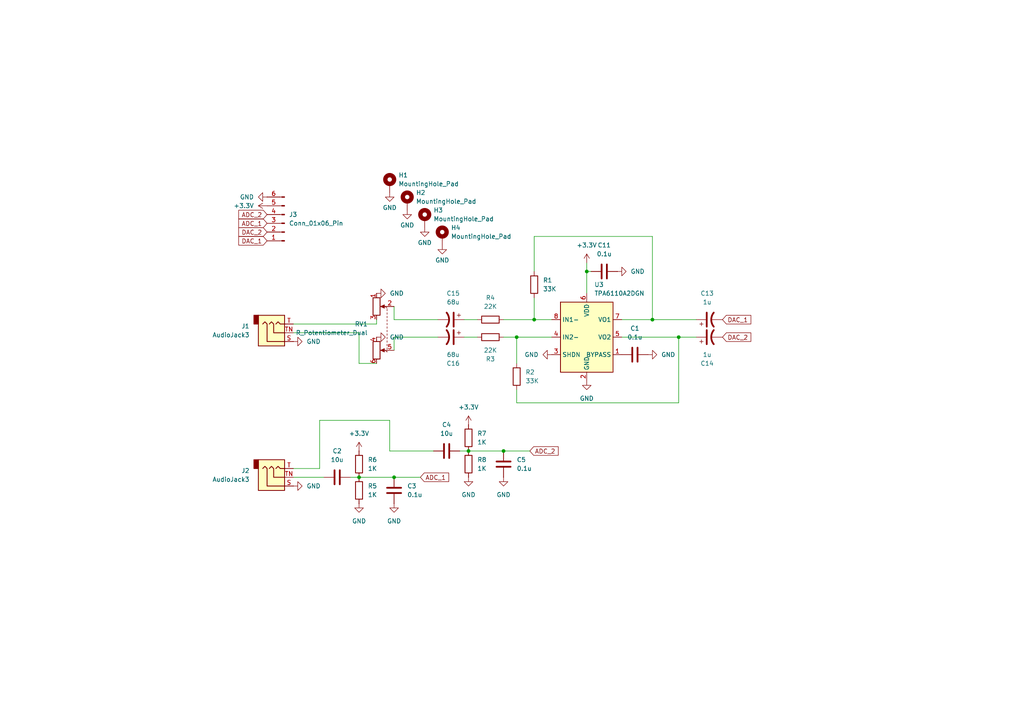
<source format=kicad_sch>
(kicad_sch (version 20231120) (generator "eeschema") (generator_version "8.0")
  (paper "A4")
  (lib_symbols
    (symbol "Amplifier_Audio:TPA6110A2DGN"
      (property "Reference" "U" (at -6.35 11.43 0))
      (property "Value" "TPA6110A2DGN" (at 6.35 11.43 0))
      (symbol "TPA6110A2DGN_0_1"
        (rectangle (start -7.62 10.16) (end 7.62 -10.16) (stroke (width 0.254)) (fill (type background)))
      )
      (symbol "TPA6110A2DGN_1_1"
        (pin passive line (at 10.16 -5.08 180) (length 2.54) (name "BYPASS") (number "1"))
        (pin power_in line (at 0 -12.7 90) (length 2.54) (name "GND") (number "2"))
        (pin input line (at -10.16 -5.08 0) (length 2.54) (name "SHDN") (number "3"))
        (pin input line (at -10.16 0 0) (length 2.54) (name "IN2-") (number "4"))
        (pin output line (at 10.16 0 180) (length 2.54) (name "VO2") (number "5"))
        (pin power_in line (at 0 12.7 270) (length 2.54) (name "VDD") (number "6"))
        (pin output line (at 10.16 5.08 180) (length 2.54) (name "VO1") (number "7"))
        (pin input line (at -10.16 5.08 0) (length 2.54) (name "IN1-") (number "8"))
        (pin passive line (at 0 -12.7 90) (length 2.54) hide (name "GND") (number "9"))
      )
    )
    (symbol "AudioJack3_1"
      (property "Reference" "J1" (at -7.62 -1.9051 0))
      (property "Value" "AudioJack3" (at -7.62 0.6349 0))
      (symbol "AudioJack3_1_0_1"
        (rectangle (start -5.08 -5.08) (end -6.35 -2.54) (stroke (width 0.254)) (fill (type outline)))
        (polyline (pts (xy 0 -2.54) (xy 0.635 -3.175) (xy 1.27 -2.54) (xy 2.54 -2.54)) (stroke (width 0.254)))
        (polyline (pts (xy -1.905 -2.54) (xy -1.27 -3.175) (xy -0.635 -2.54) (xy -0.635 0) (xy 2.54 0)) (stroke (width 0.254)))
        (polyline (pts (xy 2.54 2.54) (xy -2.54 2.54) (xy -2.54 -2.54) (xy -3.175 -3.175) (xy -3.81 -2.54)) (stroke (width 0.254)))
        (rectangle (start 2.54 3.81) (end -5.08 -5.08) (stroke (width 0.254)) (fill (type background)))
      )
      (symbol "AudioJack3_1_1_1"
        (pin passive line (at 5.08 2.54 180) (length 2.54) (name "~") (number "S"))
        (pin passive line (at 5.08 -2.54 180) (length 2.54) (name "~") (number "T"))
        (pin passive line (at 5.08 0 180) (length 2.54) (name "~") (number "TN"))
      )
    )
    (symbol "Connector:Conn_01x06_Pin" (pin_names (offset 1.016) hide)
      (property "Reference" "J" (at 0 7.62 0))
      (property "Value" "Conn_01x06_Pin" (at 0 -10.16 0))
      (symbol "Conn_01x06_Pin_1_1"
        (polyline (pts (xy 1.27 -7.62) (xy 0.8636 -7.62)) (stroke (width 0.1524)))
        (polyline (pts (xy 1.27 -5.08) (xy 0.8636 -5.08)) (stroke (width 0.1524)))
        (polyline (pts (xy 1.27 -2.54) (xy 0.8636 -2.54)) (stroke (width 0.1524)))
        (polyline (pts (xy 1.27 0) (xy 0.8636 0)) (stroke (width 0.1524)))
        (polyline (pts (xy 1.27 2.54) (xy 0.8636 2.54)) (stroke (width 0.1524)))
        (polyline (pts (xy 1.27 5.08) (xy 0.8636 5.08)) (stroke (width 0.1524)))
        (rectangle (start 0.8636 -7.493) (end 0 -7.747) (stroke (width 0.1524)) (fill (type outline)))
        (rectangle (start 0.8636 -4.953) (end 0 -5.207) (stroke (width 0.1524)) (fill (type outline)))
        (rectangle (start 0.8636 -2.413) (end 0 -2.667) (stroke (width 0.1524)) (fill (type outline)))
        (rectangle (start 0.8636 0.127) (end 0 -0.127) (stroke (width 0.1524)) (fill (type outline)))
        (rectangle (start 0.8636 2.667) (end 0 2.413) (stroke (width 0.1524)) (fill (type outline)))
        (rectangle (start 0.8636 5.207) (end 0 4.953) (stroke (width 0.1524)) (fill (type outline)))
        (pin passive line (at 5.08 5.08 180) (length 3.81) (name "Pin_1") (number "1"))
        (pin passive line (at 5.08 2.54 180) (length 3.81) (name "Pin_2") (number "2"))
        (pin passive line (at 5.08 0 180) (length 3.81) (name "Pin_3") (number "3"))
        (pin passive line (at 5.08 -2.54 180) (length 3.81) (name "Pin_4") (number "4"))
        (pin passive line (at 5.08 -5.08 180) (length 3.81) (name "Pin_5") (number "5"))
        (pin passive line (at 5.08 -7.62 180) (length 3.81) (name "Pin_6") (number "6"))
      )
    )
    (symbol "Connector_Audio:AudioJack3"
      (property "Reference" "J2" (at -7.62 -1.9051 0))
      (property "Value" "AudioJack3" (at -7.62 0.6349 0))
      (symbol "AudioJack3_0_1"
        (rectangle (start -5.08 -5.08) (end -6.35 -2.54) (stroke (width 0.254)) (fill (type outline)))
        (polyline (pts (xy 0 -2.54) (xy 0.635 -3.175) (xy 1.27 -2.54) (xy 2.54 -2.54)) (stroke (width 0.254)))
        (polyline (pts (xy -1.905 -2.54) (xy -1.27 -3.175) (xy -0.635 -2.54) (xy -0.635 0) (xy 2.54 0)) (stroke (width 0.254)))
        (polyline (pts (xy 2.54 2.54) (xy -2.54 2.54) (xy -2.54 -2.54) (xy -3.175 -3.175) (xy -3.81 -2.54)) (stroke (width 0.254)))
        (rectangle (start 2.54 3.81) (end -5.08 -5.08) (stroke (width 0.254)) (fill (type background)))
      )
      (symbol "AudioJack3_1_1"
        (pin passive line (at 5.08 2.54 180) (length 2.54) (name "~") (number "S"))
        (pin passive line (at 5.08 -2.54 180) (length 2.54) (name "~") (number "T"))
        (pin passive line (at 5.08 0 180) (length 2.54) (name "~") (number "TN"))
      )
    )
    (symbol "Device:C" (pin_numbers hide) (pin_names (offset 0.254))
      (property "Reference" "C" (at 0.635 2.54 0))
      (property "Value" "C" (at 0.635 -2.54 0))
      (symbol "C_0_1"
        (polyline (pts (xy -2.032 -0.762) (xy 2.032 -0.762)) (stroke (width 0.508)))
        (polyline (pts (xy -2.032 0.762) (xy 2.032 0.762)) (stroke (width 0.508)))
      )
      (symbol "C_1_1"
        (pin passive line (at 0 3.81 270) (length 2.794) (name "~") (number "1"))
        (pin passive line (at 0 -3.81 90) (length 2.794) (name "~") (number "2"))
      )
    )
    (symbol "Device:C_Polarized_US" (pin_numbers hide) (pin_names (offset 0.254) hide)
      (property "Reference" "C" (at 0.635 2.54 0))
      (property "Value" "C_Polarized_US" (at 0.635 -2.54 0))
      (symbol "C_Polarized_US_0_1"
        (polyline (pts (xy -2.032 0.762) (xy 2.032 0.762)) (stroke (width 0.508)))
        (polyline (pts (xy -1.778 2.286) (xy -0.762 2.286)))
        (polyline (pts (xy -1.27 1.778) (xy -1.27 2.794)))
        (arc (start 2.032 -1.27) (mid 0 -0.5572) (end -2.032 -1.27) (stroke (width 0.508)))
      )
      (symbol "C_Polarized_US_1_1"
        (pin passive line (at 0 3.81 270) (length 2.794) (name "~") (number "1"))
        (pin passive line (at 0 -3.81 90) (length 3.302) (name "~") (number "2"))
      )
    )
    (symbol "Device:R" (pin_numbers hide) (pin_names (offset 0))
      (property "Reference" "R" (at 2.032 0 90))
      (property "Value" "R" (at 0 0 90))
      (symbol "R_0_1"
        (rectangle (start -1.016 -2.54) (end 1.016 2.54) (stroke (width 0.254)))
      )
      (symbol "R_1_1"
        (pin passive line (at 0 3.81 270) (length 1.27) (name "~") (number "1"))
        (pin passive line (at 0 -3.81 90) (length 1.27) (name "~") (number "2"))
      )
    )
    (symbol "Device:R_Potentiometer_Dual" (pin_names (offset 1.016) hide)
      (property "Reference" "RV" (at 0 3.81 0))
      (property "Value" "R_Potentiometer_Dual" (at 0 1.905 0))
      (symbol "R_Potentiometer_Dual_0_1"
        (rectangle (start -8.89 -1.524) (end -3.81 -3.556) (stroke (width 0.254)))
        (polyline (pts (xy -6.35 0) (xy -6.35 -1.016)))
        (polyline (pts (xy -6.35 0) (xy -6.35 -1.016)))
        (polyline (pts (xy -6.35 0) (xy -5.842 0.508)))
        (polyline (pts (xy -5.588 0.508) (xy -5.08 0.508)))
        (polyline (pts (xy -4.572 0.508) (xy -4.064 0.508)))
        (polyline (pts (xy -3.556 0.508) (xy -3.048 0.508)))
        (polyline (pts (xy -2.54 0.508) (xy -2.032 0.508)))
        (polyline (pts (xy -1.524 0.508) (xy -1.016 0.508)))
        (polyline (pts (xy -0.508 0.508) (xy 0 0.508)))
        (polyline (pts (xy 0.508 0.508) (xy 1.016 0.508)))
        (polyline (pts (xy 1.524 0.508) (xy 2.032 0.508)))
        (polyline (pts (xy 2.54 0.508) (xy 3.048 0.508)))
        (polyline (pts (xy 3.556 0.508) (xy 4.064 0.508)))
        (polyline (pts (xy 4.572 0.508) (xy 5.08 0.508)))
        (polyline (pts (xy 5.588 0.508) (xy 6.096 0.508)))
        (polyline (pts (xy 6.35 0) (xy 6.35 -1.016)))
        (polyline (pts (xy 6.35 0) (xy 6.35 -1.016)))
        (polyline (pts (xy 6.604 0.508) (xy 6.858 0.508) (xy 6.35 0)))
        (polyline (pts (xy -6.35 -1.397) (xy -6.858 -0.254) (xy -5.842 -0.254) (xy -6.35 -1.397)) (fill (type outline)))
        (polyline (pts (xy 6.35 -1.397) (xy 5.842 -0.254) (xy 6.858 -0.254) (xy 6.35 -1.397)) (fill (type outline)))
        (rectangle (start 3.81 -1.524) (end 8.89 -3.556) (stroke (width 0.254)))
      )
      (symbol "R_Potentiometer_Dual_1_1"
        (pin passive line (at -10.16 -2.54 0) (length 1.27) (name "1") (number "1"))
        (pin passive line (at -6.35 2.54 270) (length 2.54) (name "2") (number "2"))
        (pin passive line (at -2.54 -2.54 180) (length 1.27) (name "3") (number "3"))
        (pin passive line (at 2.54 -2.54 0) (length 1.27) (name "4") (number "4"))
        (pin passive line (at 6.35 2.54 270) (length 2.54) (name "5") (number "5"))
        (pin passive line (at 10.16 -2.54 180) (length 1.27) (name "6") (number "6"))
      )
    )
    (symbol "Mechanical:MountingHole_Pad" (pin_numbers hide) (pin_names (offset 1.016) hide) (exclude_from_sim yes) (in_bom no)
      (property "Reference" "H" (at 0 6.35 0))
      (property "Value" "MountingHole_Pad" (at 0 4.445 0))
      (symbol "MountingHole_Pad_0_1"
        (circle (center 0 1.27) (radius 1.27) (stroke (width 1.27)))
      )
      (symbol "MountingHole_Pad_1_1"
        (pin input line (at 0 -2.54 90) (length 2.54) (name "1") (number "1"))
      )
    )
    (symbol "power:+3.3V" (power) (pin_numbers hide) (pin_names (offset 0) hide)
      (property "Value" "+3.3V" (at 0 3.556 0))
      (symbol "+3.3V_0_1"
        (polyline (pts (xy -0.762 1.27) (xy 0 2.54)))
        (polyline (pts (xy 0 0) (xy 0 2.54)))
        (polyline (pts (xy 0 2.54) (xy 0.762 1.27)))
      )
      (symbol "+3.3V_1_1"
        (pin power_in line (at 0 0 90) (length 0) (name "~") (number "1"))
      )
    )
    (symbol "power:GND" (power) (pin_numbers hide) (pin_names (offset 0) hide)
      (property "Value" "GND" (at 0 -3.81 0))
      (symbol "GND_0_1"
        (polyline (pts (xy 0 0) (xy 0 -1.27) (xy 1.27 -1.27) (xy 0 -2.54) (xy -1.27 -1.27) (xy 0 -1.27)))
      )
      (symbol "GND_1_1"
        (pin power_in line (at 0 0 270) (length 0) (name "~") (number "1"))
      )
    )
  )
  (junction (at 196.85 97.79))
  (junction (at 135.89 130.81))
  (junction (at 154.94 92.71))
  (junction (at 149.86 97.79))
  (junction (at 104.14 138.43))
  (junction (at 170.18 78.74))
  (junction (at 114.3 138.43))
  (junction (at 146.05 130.81))
  (junction (at 189.23 92.71))
  (wire (pts (xy 196.85 97.79) (xy 196.85 116.84)))
  (wire (pts (xy 149.86 97.79) (xy 160.02 97.79)))
  (wire (pts (xy 196.85 116.84) (xy 149.86 116.84)))
  (wire (pts (xy 170.18 78.74) (xy 170.18 76.2)))
  (wire (pts (xy 114.3 92.71) (xy 127 92.71)))
  (wire (pts (xy 85.09 93.98) (xy 109.22 93.98)))
  (wire (pts (xy 196.85 97.79) (xy 201.93 97.79)))
  (wire (pts (xy 154.94 68.58) (xy 154.94 78.74)))
  (wire (pts (xy 149.86 97.79) (xy 149.86 105.41)))
  (wire (pts (xy 109.22 93.98) (xy 109.22 92.71)))
  (wire (pts (xy 85.09 135.89) (xy 92.71 135.89)))
  (wire (pts (xy 146.05 92.71) (xy 154.94 92.71)))
  (wire (pts (xy 149.86 113.03) (xy 149.86 116.84)))
  (wire (pts (xy 114.3 92.71) (xy 114.3 88.9)))
  (wire (pts (xy 92.71 135.89) (xy 92.71 121.92)))
  (wire (pts (xy 113.03 121.92) (xy 113.03 130.81)))
  (wire (pts (xy 154.94 86.36) (xy 154.94 92.71)))
  (wire (pts (xy 171.45 78.74) (xy 170.18 78.74)))
  (wire (pts (xy 104.14 105.41) (xy 104.14 96.52)))
  (wire (pts (xy 92.71 121.92) (xy 113.03 121.92)))
  (wire (pts (xy 134.62 92.71) (xy 138.43 92.71)))
  (wire (pts (xy 104.14 138.43) (xy 101.6 138.43)))
  (wire (pts (xy 180.34 92.71) (xy 189.23 92.71)))
  (wire (pts (xy 109.22 105.41) (xy 104.14 105.41)))
  (wire (pts (xy 85.09 138.43) (xy 93.98 138.43)))
  (wire (pts (xy 114.3 97.79) (xy 127 97.79)))
  (wire (pts (xy 85.09 96.52) (xy 104.14 96.52)))
  (wire (pts (xy 135.89 130.81) (xy 133.35 130.81)))
  (wire (pts (xy 135.89 130.81) (xy 146.05 130.81)))
  (wire (pts (xy 104.14 138.43) (xy 114.3 138.43)))
  (wire (pts (xy 114.3 97.79) (xy 114.3 101.6)))
  (wire (pts (xy 114.3 138.43) (xy 121.92 138.43)))
  (wire (pts (xy 189.23 92.71) (xy 201.93 92.71)))
  (wire (pts (xy 146.05 97.79) (xy 149.86 97.79)))
  (wire (pts (xy 113.03 130.81) (xy 125.73 130.81)))
  (wire (pts (xy 134.62 97.79) (xy 138.43 97.79)))
  (wire (pts (xy 189.23 92.71) (xy 189.23 68.58)))
  (wire (pts (xy 189.23 68.58) (xy 154.94 68.58)))
  (wire (pts (xy 170.18 78.74) (xy 170.18 85.09)))
  (wire (pts (xy 180.34 97.79) (xy 196.85 97.79)))
  (wire (pts (xy 146.05 130.81) (xy 153.67 130.81)))
  (wire (pts (xy 154.94 92.71) (xy 160.02 92.71)))
  (global_label "DAC_1" (shape input) (at 77.47 69.85 180) (property "Intersheetrefs" "${INTERSHEET_REFS}" (effects (hide yes))))
  (global_label "ADC_1" (shape input) (at 77.47 64.77 180) (property "Intersheetrefs" "${INTERSHEET_REFS}" (effects (hide yes))))
  (global_label "ADC_1" (shape input) (at 121.92 138.43 0) (property "Intersheetrefs" "${INTERSHEET_REFS}" (effects (hide yes))))
  (global_label "DAC_1" (shape input) (at 209.55 92.71 0) (property "Intersheetrefs" "${INTERSHEET_REFS}" (effects (hide yes))))
  (global_label "ADC_2" (shape input) (at 77.47 62.23 180) (property "Intersheetrefs" "${INTERSHEET_REFS}" (effects (hide yes))))
  (global_label "DAC_2" (shape input) (at 209.55 97.79 0) (property "Intersheetrefs" "${INTERSHEET_REFS}" (effects (hide yes))))
  (global_label "DAC_2" (shape input) (at 77.47 67.31 180) (property "Intersheetrefs" "${INTERSHEET_REFS}" (effects (hide yes))))
  (global_label "ADC_2" (shape input) (at 153.67 130.81 0) (property "Intersheetrefs" "${INTERSHEET_REFS}" (effects (hide yes))))
  (symbol (lib_id "power:GND") (at 109.22 97.79 90) (unit 1)
    (property "Reference" "#PWR05" (effects (hide yes)))
    (property "Value" "GND" (at 113.03 97.7899 90) (effects (justify right)))
    (property "Description" "Power symbol creates a global label with name \"GND\" , ground" (effects (hide yes)))
  )
  (symbol (lib_id "Mechanical:MountingHole_Pad") (at 113.03 53.34 0) (unit 1) (exclude_from_sim yes) (in_bom no)
    (property "Reference" "H1" (at 115.57 50.7999 0) (effects (justify left)))
    (property "Value" "MountingHole_Pad" (at 115.57 53.3399 0) (effects (justify left)))
    (property "Footprint" "MountingHole:MountingHole_2.2mm_M2_Pad" (effects (hide yes)))
    (property "Description" "Mounting Hole with connection" (effects (hide yes)))
  )
  (symbol (lib_id "power:+3.3V") (at 104.14 130.81 0) (unit 1)
    (property "Reference" "#PWR019" (effects (hide yes)))
    (property "Value" "+3.3V" (at 104.14 125.73 0))
    (property "Description" "Power symbol creates a global label with name \"+3.3V\"" (effects (hide yes)))
  )
  (symbol (lib_id "power:GND") (at 85.09 140.97 90) (unit 1)
    (property "Reference" "#PWR015" (effects (hide yes)))
    (property "Value" "GND" (at 88.9 140.9699 90) (effects (justify right)))
    (property "Description" "Power symbol creates a global label with name \"GND\" , ground" (effects (hide yes)))
  )
  (symbol (lib_id "power:GND") (at 118.11 60.96 0) (unit 1)
    (property "Reference" "#PWR012" (effects (hide yes)))
    (property "Value" "GND" (at 118.11 65.3235 0))
    (property "Description" "Power symbol creates a global label with name \"GND\" , ground" (effects (hide yes)))
  )
  (symbol (lib_id "Mechanical:MountingHole_Pad") (at 118.11 58.42 0) (unit 1) (exclude_from_sim yes) (in_bom no)
    (property "Reference" "H2" (at 120.65 55.8799 0) (effects (justify left)))
    (property "Value" "MountingHole_Pad" (at 120.65 58.4199 0) (effects (justify left)))
    (property "Footprint" "MountingHole:MountingHole_2.2mm_M2_Pad" (effects (hide yes)))
    (property "Description" "Mounting Hole with connection" (effects (hide yes)))
  )
  (symbol (lib_id "power:GND") (at 109.22 85.09 90) (unit 1)
    (property "Reference" "#PWR06" (effects (hide yes)))
    (property "Value" "GND" (at 113.03 85.0899 90) (effects (justify right)))
    (property "Description" "Power symbol creates a global label with name \"GND\" , ground" (effects (hide yes)))
  )
  (symbol (lib_id "Device:C") (at 97.79 138.43 270) (mirror x) (unit 1)
    (property "Reference" "C2" (at 97.79 130.81 90))
    (property "Value" "10u" (at 97.79 133.35 90))
    (property "Footprint" "Capacitor_SMD:C_0603_1608Metric" (effects (hide yes)))
    (property "Description" "Unpolarized capacitor" (effects (hide yes)))
    (property "LCSC Part #" "C6666325" (effects (hide yes)))
  )
  (symbol (lib_name "AudioJack3_1") (lib_id "Connector_Audio:AudioJack3") (at 80.01 96.52 0) (mirror x) (unit 1)
    (property "Reference" "J1" (at 72.39 94.6149 0) (effects (justify right)))
    (property "Value" "AudioJack3" (at 72.39 97.1549 0) (effects (justify right)))
    (property "Footprint" "Connector_Audio:Jack_3.5mm_QingPu_WQP-PJ398SM_Vertical_CircularHoles" (effects (hide yes)))
    (property "Description" "Audio Jack, 3 Poles (Stereo / TRS)" (effects (hide yes)))
  )
  (symbol (lib_id "Device:C") (at 114.3 142.24 0) (mirror y) (unit 1)
    (property "Reference" "C3" (at 118.11 140.9699 0) (effects (justify right)))
    (property "Value" "0.1u" (at 118.11 143.5099 0) (effects (justify right)))
    (property "Footprint" "Capacitor_SMD:C_0603_1608Metric" (effects (hide yes)))
    (property "Description" "Unpolarized capacitor" (effects (hide yes)))
    (property "LCSC Part #" "C6666325" (effects (hide yes)))
  )
  (symbol (lib_id "Device:C") (at 175.26 78.74 270) (mirror x) (unit 1)
    (property "Reference" "C11" (at 175.26 71.12 90))
    (property "Value" "0.1u" (at 175.26 73.66 90))
    (property "Footprint" "Capacitor_SMD:C_0603_1608Metric" (effects (hide yes)))
    (property "Description" "Unpolarized capacitor" (effects (hide yes)))
    (property "LCSC Part #" "C6666325" (effects (hide yes)))
  )
  (symbol (lib_id "Connector_Audio:AudioJack3") (at 80.01 138.43 0) (mirror x) (unit 1)
    (property "Reference" "J2" (at 72.39 136.5249 0) (effects (justify right)))
    (property "Value" "AudioJack3" (at 72.39 139.0649 0) (effects (justify right)))
    (property "Footprint" "Connector_Audio:Jack_3.5mm_QingPu_WQP-PJ398SM_Vertical_CircularHoles" (effects (hide yes)))
    (property "Description" "Audio Jack, 3 Poles (Stereo / TRS)" (effects (hide yes)))
  )
  (symbol (lib_id "power:+3.3V") (at 77.47 59.69 90) (unit 1)
    (property "Reference" "#PWR02" (effects (hide yes)))
    (property "Value" "+3.3V" (at 73.66 59.6899 90) (effects (justify left)))
    (property "Description" "Power symbol creates a global label with name \"+3.3V\"" (effects (hide yes)))
  )
  (symbol (lib_id "power:GND") (at 170.18 110.49 0) (unit 1)
    (property "Reference" "#PWR07" (effects (hide yes)))
    (property "Value" "GND" (at 170.18 115.57 0))
    (property "Description" "Power symbol creates a global label with name \"GND\" , ground" (effects (hide yes)))
  )
  (symbol (lib_id "Device:R") (at 154.94 82.55 0) (unit 1)
    (property "Reference" "R1" (at 157.48 81.2799 0) (effects (justify left)))
    (property "Value" "33K" (at 157.48 83.8199 0) (effects (justify left)))
    (property "Footprint" "Resistor_SMD:R_0805_2012Metric_Pad1.20x1.40mm_HandSolder" (effects (hide yes)))
    (property "Description" "Resistor" (effects (hide yes)))
  )
  (symbol (lib_id "Device:R") (at 135.89 134.62 180) (unit 1)
    (property "Reference" "R8" (at 138.43 133.3499 0) (effects (justify right)))
    (property "Value" "1K" (at 138.43 135.8899 0) (effects (justify right)))
    (property "Footprint" "Resistor_SMD:R_0805_2012Metric_Pad1.20x1.40mm_HandSolder" (effects (hide yes)))
    (property "Description" "Resistor" (effects (hide yes)))
  )
  (symbol (lib_id "power:GND") (at 160.02 102.87 270) (unit 1)
    (property "Reference" "#PWR09" (effects (hide yes)))
    (property "Value" "GND" (at 156.21 102.8699 90) (effects (justify right)))
    (property "Description" "Power symbol creates a global label with name \"GND\" , ground" (effects (hide yes)))
  )
  (symbol (lib_id "power:GND") (at 104.14 146.05 0) (unit 1)
    (property "Reference" "#PWR017" (effects (hide yes)))
    (property "Value" "GND" (at 104.14 151.13 0))
    (property "Description" "Power symbol creates a global label with name \"GND\" , ground" (effects (hide yes)))
  )
  (symbol (lib_id "power:GND") (at 128.27 71.12 0) (unit 1)
    (property "Reference" "#PWR014" (effects (hide yes)))
    (property "Value" "GND" (at 128.27 75.4835 0))
    (property "Description" "Power symbol creates a global label with name \"GND\" , ground" (effects (hide yes)))
  )
  (symbol (lib_id "Device:R") (at 142.24 92.71 90) (unit 1)
    (property "Reference" "R4" (at 142.24 86.36 90))
    (property "Value" "22K" (at 142.24 88.9 90))
    (property "Footprint" "Resistor_SMD:R_0805_2012Metric_Pad1.20x1.40mm_HandSolder" (effects (hide yes)))
    (property "Description" "Resistor" (effects (hide yes)))
  )
  (symbol (lib_id "power:GND") (at 135.89 138.43 0) (unit 1)
    (property "Reference" "#PWR021" (effects (hide yes)))
    (property "Value" "GND" (at 135.89 143.51 0))
    (property "Description" "Power symbol creates a global label with name \"GND\" , ground" (effects (hide yes)))
  )
  (symbol (lib_id "Connector:Conn_01x06_Pin") (at 82.55 64.77 180) (unit 1)
    (property "Reference" "J3" (at 83.82 62.2299 0) (effects (justify right)))
    (property "Value" "Conn_01x06_Pin" (at 83.82 64.7699 0) (effects (justify right)))
    (property "Footprint" "Connector_PinSocket_2.54mm:PinSocket_1x06_P2.54mm_Vertical" (effects (hide yes)))
    (property "Description" "Generic connector, single row, 01x06, script generated" (effects (hide yes)))
  )
  (symbol (lib_id "Device:C_Polarized_US") (at 130.81 97.79 270) (unit 1)
    (property "Reference" "C16" (at 131.445 105.41 90))
    (property "Value" "68u" (at 131.445 102.87 90))
    (property "Footprint" "Capacitor_SMD:CP_Elec_6.3x7.7" (effects (hide yes)))
    (property "Description" "Polarized capacitor, US symbol" (effects (hide yes)))
    (property "LCSC Part #" "C5221836" (effects (hide yes)))
  )
  (symbol (lib_id "Mechanical:MountingHole_Pad") (at 123.19 63.5 0) (unit 1) (exclude_from_sim yes) (in_bom no)
    (property "Reference" "H3" (at 125.73 60.9599 0) (effects (justify left)))
    (property "Value" "MountingHole_Pad" (at 125.73 63.4999 0) (effects (justify left)))
    (property "Footprint" "MountingHole:MountingHole_2.2mm_M2_Pad" (effects (hide yes)))
    (property "Description" "Mounting Hole with connection" (effects (hide yes)))
  )
  (symbol (lib_id "Mechanical:MountingHole_Pad") (at 128.27 68.58 0) (unit 1) (exclude_from_sim yes) (in_bom no)
    (property "Reference" "H4" (at 130.81 66.0399 0) (effects (justify left)))
    (property "Value" "MountingHole_Pad" (at 130.81 68.5799 0) (effects (justify left)))
    (property "Footprint" "MountingHole:MountingHole_2.2mm_M2_Pad" (effects (hide yes)))
    (property "Description" "Mounting Hole with connection" (effects (hide yes)))
  )
  (symbol (lib_id "Device:C_Polarized_US") (at 205.74 97.79 90) (unit 1)
    (property "Reference" "C14" (at 205.105 105.41 90))
    (property "Value" "1u" (at 205.105 102.87 90))
    (property "Footprint" "Capacitor_SMD:CP_Elec_4x5.4" (effects (hide yes)))
    (property "Description" "Polarized capacitor, US symbol" (effects (hide yes)))
    (property "LCSC Part #" "C3001203" (effects (hide yes)))
  )
  (symbol (lib_id "Device:R_Potentiometer_Dual") (at 111.76 95.25 270) (unit 1)
    (property "Reference" "RV1" (at 106.68 93.9799 90) (effects (justify right)))
    (property "Value" "R_Potentiometer_Dual" (at 106.68 96.5199 90) (effects (justify right)))
    (property "Footprint" "Potentiometer_THT:Potentiometer_Alpha_RD902F-40-00D_Dual_Vertical" (effects (hide yes)))
    (property "Description" "Dual potentiometer" (effects (hide yes)))
  )
  (symbol (lib_id "power:GND") (at 123.19 66.04 0) (unit 1)
    (property "Reference" "#PWR013" (effects (hide yes)))
    (property "Value" "GND" (at 123.19 70.4035 0))
    (property "Description" "Power symbol creates a global label with name \"GND\" , ground" (effects (hide yes)))
  )
  (symbol (lib_id "power:GND") (at 146.05 138.43 0) (unit 1)
    (property "Reference" "#PWR022" (effects (hide yes)))
    (property "Value" "GND" (at 146.05 143.51 0))
    (property "Description" "Power symbol creates a global label with name \"GND\" , ground" (effects (hide yes)))
  )
  (symbol (lib_id "power:GND") (at 179.07 78.74 90) (unit 1)
    (property "Reference" "#PWR04" (effects (hide yes)))
    (property "Value" "GND" (at 182.88 78.7399 90) (effects (justify right)))
    (property "Description" "Power symbol creates a global label with name \"GND\" , ground" (effects (hide yes)))
  )
  (symbol (lib_id "Device:C_Polarized_US") (at 205.74 92.71 90) (unit 1)
    (property "Reference" "C13" (at 205.105 85.09 90))
    (property "Value" "1u" (at 205.105 87.63 90))
    (property "Footprint" "Capacitor_SMD:CP_Elec_4x5.4" (effects (hide yes)))
    (property "Description" "Polarized capacitor, US symbol" (effects (hide yes)))
    (property "LCSC Part #" "C3001203" (effects (hide yes)))
  )
  (symbol (lib_id "Device:C") (at 184.15 102.87 90) (unit 1)
    (property "Reference" "C1" (at 184.15 95.25 90))
    (property "Value" "0.1u" (at 184.15 97.79 90))
    (property "Footprint" "Capacitor_SMD:C_0603_1608Metric" (effects (hide yes)))
    (property "Description" "Unpolarized capacitor" (effects (hide yes)))
  )
  (symbol (lib_id "Device:R") (at 142.24 97.79 90) (mirror x) (unit 1)
    (property "Reference" "R3" (at 142.24 104.14 90))
    (property "Value" "22K" (at 142.24 101.6 90))
    (property "Footprint" "Resistor_SMD:R_0805_2012Metric_Pad1.20x1.40mm_HandSolder" (effects (hide yes)))
    (property "Description" "Resistor" (effects (hide yes)))
  )
  (symbol (lib_id "Amplifier_Audio:TPA6110A2DGN") (at 170.18 97.79 0) (unit 1)
    (property "Reference" "U3" (at 172.3741 82.55 0) (effects (justify left)))
    (property "Value" "TPA6110A2DGN" (at 172.3741 85.09 0) (effects (justify left)))
    (property "Footprint" "Package_SO:SOIC-8_3.9x4.9mm_P1.27mm" (effects (hide yes)))
    (property "Datasheet" "https://www.ti.com/lit/ds/symlink/tpa6110a2.pdf" (effects (hide yes)))
    (property "Description" "150-mW Stereo Audio Power Amplifier, HVSSOP" (effects (hide yes)))
    (property "LCSC Part #" "C497472" (effects (hide yes)))
  )
  (symbol (lib_id "Device:C") (at 129.54 130.81 270) (mirror x) (unit 1)
    (property "Reference" "C4" (at 129.54 123.19 90))
    (property "Value" "10u" (at 129.54 125.73 90))
    (property "Footprint" "Capacitor_SMD:C_0603_1608Metric" (effects (hide yes)))
    (property "Description" "Unpolarized capacitor" (effects (hide yes)))
    (property "LCSC Part #" "C6666325" (effects (hide yes)))
  )
  (symbol (lib_id "Device:R") (at 104.14 142.24 180) (unit 1)
    (property "Reference" "R5" (at 106.68 140.9699 0) (effects (justify right)))
    (property "Value" "1K" (at 106.68 143.5099 0) (effects (justify right)))
    (property "Footprint" "Resistor_SMD:R_0805_2012Metric_Pad1.20x1.40mm_HandSolder" (effects (hide yes)))
    (property "Description" "Resistor" (effects (hide yes)))
  )
  (symbol (lib_id "power:+3.3V") (at 135.89 123.19 0) (unit 1)
    (property "Reference" "#PWR020" (effects (hide yes)))
    (property "Value" "+3.3V" (at 135.89 118.11 0))
    (property "Description" "Power symbol creates a global label with name \"+3.3V\"" (effects (hide yes)))
  )
  (symbol (lib_id "power:+3.3V") (at 170.18 76.2 0) (unit 1)
    (property "Reference" "#PWR026" (effects (hide yes)))
    (property "Value" "+3.3V" (at 170.18 71.12 0))
    (property "Description" "Power symbol creates a global label with name \"+3.3V\"" (effects (hide yes)))
  )
  (symbol (lib_id "power:GND") (at 113.03 55.88 0) (unit 1)
    (property "Reference" "#PWR011" (effects (hide yes)))
    (property "Value" "GND" (at 113.03 60.2435 0))
    (property "Description" "Power symbol creates a global label with name \"GND\" , ground" (effects (hide yes)))
  )
  (symbol (lib_id "Device:C") (at 146.05 134.62 0) (mirror y) (unit 1)
    (property "Reference" "C5" (at 149.86 133.3499 0) (effects (justify right)))
    (property "Value" "0.1u" (at 149.86 135.8899 0) (effects (justify right)))
    (property "Footprint" "Capacitor_SMD:C_0603_1608Metric" (effects (hide yes)))
    (property "Description" "Unpolarized capacitor" (effects (hide yes)))
    (property "LCSC Part #" "C6666325" (effects (hide yes)))
  )
  (symbol (lib_id "Device:R") (at 104.14 134.62 180) (unit 1)
    (property "Reference" "R6" (at 106.68 133.3499 0) (effects (justify right)))
    (property "Value" "1K" (at 106.68 135.8899 0) (effects (justify right)))
    (property "Footprint" "Resistor_SMD:R_0805_2012Metric_Pad1.20x1.40mm_HandSolder" (effects (hide yes)))
    (property "Description" "Resistor" (effects (hide yes)))
  )
  (symbol (lib_id "power:GND") (at 77.47 57.15 270) (unit 1)
    (property "Reference" "#PWR01" (effects (hide yes)))
    (property "Value" "GND" (at 73.66 57.1499 90) (effects (justify right)))
    (property "Description" "Power symbol creates a global label with name \"GND\" , ground" (effects (hide yes)))
  )
  (symbol (lib_id "Device:R") (at 135.89 127 180) (unit 1)
    (property "Reference" "R7" (at 138.43 125.7299 0) (effects (justify right)))
    (property "Value" "1K" (at 138.43 128.2699 0) (effects (justify right)))
    (property "Footprint" "Resistor_SMD:R_0805_2012Metric_Pad1.20x1.40mm_HandSolder" (effects (hide yes)))
    (property "Description" "Resistor" (effects (hide yes)))
  )
  (symbol (lib_id "power:GND") (at 114.3 146.05 0) (unit 1)
    (property "Reference" "#PWR018" (effects (hide yes)))
    (property "Value" "GND" (at 114.3 151.13 0))
    (property "Description" "Power symbol creates a global label with name \"GND\" , ground" (effects (hide yes)))
  )
  (symbol (lib_id "Device:C_Polarized_US") (at 130.81 92.71 270) (unit 1)
    (property "Reference" "C15" (at 131.445 85.09 90))
    (property "Value" "68u" (at 131.445 87.63 90))
    (property "Footprint" "Capacitor_SMD:CP_Elec_6.3x7.7" (effects (hide yes)))
    (property "Description" "Polarized capacitor, US symbol" (effects (hide yes)))
    (property "LCSC Part #" "C5221836" (effects (hide yes)))
  )
  (symbol (lib_id "power:GND") (at 85.09 99.06 90) (unit 1)
    (property "Reference" "#PWR08" (effects (hide yes)))
    (property "Value" "GND" (at 88.9 99.0599 90) (effects (justify right)))
    (property "Description" "Power symbol creates a global label with name \"GND\" , ground" (effects (hide yes)))
  )
  (symbol (lib_id "Device:R") (at 149.86 109.22 0) (unit 1)
    (property "Reference" "R2" (at 152.4 107.9499 0) (effects (justify left)))
    (property "Value" "33K" (at 152.4 110.4899 0) (effects (justify left)))
    (property "Footprint" "Resistor_SMD:R_0805_2012Metric_Pad1.20x1.40mm_HandSolder" (effects (hide yes)))
    (property "Description" "Resistor" (effects (hide yes)))
  )
  (symbol (lib_id "power:GND") (at 187.96 102.87 90) (unit 1)
    (property "Reference" "#PWR03" (effects (hide yes)))
    (property "Value" "GND" (at 191.77 102.8699 90) (effects (justify right)))
    (property "Description" "Power symbol creates a global label with name \"GND\" , ground" (effects (hide yes)))
  )
)
</source>
